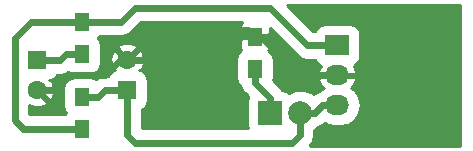
<source format=gbr>
G04 #@! TF.FileFunction,Copper,L2,Bot,Signal*
%FSLAX46Y46*%
G04 Gerber Fmt 4.6, Leading zero omitted, Abs format (unit mm)*
G04 Created by KiCad (PCBNEW 0.201509101502+6177~30~ubuntu14.04.1-product) date Παρ 18 Σεπ 2015 07:05:43 μμ EEST*
%MOMM*%
G01*
G04 APERTURE LIST*
%ADD10C,0.100000*%
%ADD11R,1.600000X1.600000*%
%ADD12C,1.600000*%
%ADD13R,2.000000X2.000000*%
%ADD14C,2.000000*%
%ADD15R,2.032000X1.727200*%
%ADD16O,2.032000X1.727200*%
%ADD17R,1.300000X1.500000*%
%ADD18C,0.600000*%
%ADD19C,0.254000*%
G04 APERTURE END LIST*
D10*
D11*
X142240000Y-104140000D03*
D12*
X142240000Y-106680000D03*
D11*
X149860000Y-106680000D03*
D12*
X149860000Y-104140000D03*
D13*
X161925000Y-108585000D03*
D14*
X164465000Y-108585000D03*
D15*
X167640000Y-102870000D03*
D16*
X167640000Y-105410000D03*
X167640000Y-107950000D03*
D17*
X146050000Y-100885000D03*
X146050000Y-103585000D03*
X146050000Y-109935000D03*
X146050000Y-107235000D03*
X160655000Y-104855000D03*
X160655000Y-102155000D03*
D18*
X160655000Y-104855000D02*
X160655000Y-106045000D01*
X161925000Y-107315000D02*
X161925000Y-108585000D01*
X160655000Y-106045000D02*
X161925000Y-107315000D01*
X161925000Y-108585000D02*
X161925000Y-107950000D01*
X160655000Y-102155000D02*
X161210000Y-102155000D01*
X161210000Y-102155000D02*
X164465000Y-105410000D01*
X164465000Y-105410000D02*
X167640000Y-105410000D01*
X149860000Y-104140000D02*
X151130000Y-104140000D01*
X153670000Y-101600000D02*
X160100000Y-101600000D01*
X151130000Y-104140000D02*
X153670000Y-101600000D01*
X160100000Y-101600000D02*
X160655000Y-102155000D01*
X142240000Y-106680000D02*
X143510000Y-106680000D01*
X147955000Y-105410000D02*
X149225000Y-104140000D01*
X144780000Y-105410000D02*
X147955000Y-105410000D01*
X143510000Y-106680000D02*
X144780000Y-105410000D01*
X149225000Y-104140000D02*
X149860000Y-104140000D01*
X146050000Y-109935000D02*
X141050000Y-109935000D01*
X141685000Y-100885000D02*
X146050000Y-100885000D01*
X140335000Y-102235000D02*
X141685000Y-100885000D01*
X140335000Y-109220000D02*
X140335000Y-102235000D01*
X141050000Y-109935000D02*
X140335000Y-109220000D01*
X146050000Y-100885000D02*
X149305000Y-100885000D01*
X165100000Y-102870000D02*
X167640000Y-102870000D01*
X161925000Y-99695000D02*
X165100000Y-102870000D01*
X150495000Y-99695000D02*
X161925000Y-99695000D01*
X149305000Y-100885000D02*
X150495000Y-99695000D01*
X142240000Y-104140000D02*
X144145000Y-104140000D01*
X144700000Y-103585000D02*
X146050000Y-103585000D01*
X144145000Y-104140000D02*
X144700000Y-103585000D01*
X164465000Y-108585000D02*
X165735000Y-108585000D01*
X166370000Y-107950000D02*
X167640000Y-107950000D01*
X165735000Y-108585000D02*
X166370000Y-107950000D01*
X149860000Y-106680000D02*
X147955000Y-106680000D01*
X147400000Y-107235000D02*
X146050000Y-107235000D01*
X147955000Y-106680000D02*
X147400000Y-107235000D01*
X164465000Y-108585000D02*
X164465000Y-110490000D01*
X149860000Y-110490000D02*
X149860000Y-106680000D01*
X150495000Y-111125000D02*
X149860000Y-110490000D01*
X163830000Y-111125000D02*
X150495000Y-111125000D01*
X164465000Y-110490000D02*
X163830000Y-111125000D01*
D19*
G36*
X178068000Y-111393000D02*
X165297240Y-111393000D01*
X165332620Y-111357620D01*
X165598601Y-110959552D01*
X165692000Y-110490000D01*
X165692000Y-110082954D01*
X166020270Y-109755256D01*
X166204553Y-109718600D01*
X166569959Y-109474443D01*
X166764301Y-109604299D01*
X167449534Y-109740600D01*
X167830466Y-109740600D01*
X168515699Y-109604299D01*
X169096611Y-109216145D01*
X169484765Y-108635233D01*
X169621066Y-107950000D01*
X169484765Y-107264767D01*
X169096611Y-106683855D01*
X168797940Y-106484289D01*
X168990732Y-106312036D01*
X169244709Y-105784791D01*
X169247358Y-105769026D01*
X169126217Y-105537000D01*
X167767000Y-105537000D01*
X167767000Y-105557000D01*
X167513000Y-105557000D01*
X167513000Y-105537000D01*
X166153783Y-105537000D01*
X166032642Y-105769026D01*
X166035291Y-105784791D01*
X166289268Y-106312036D01*
X166482060Y-106484289D01*
X166183389Y-106683855D01*
X166124620Y-106771809D01*
X165900448Y-106816399D01*
X165613617Y-107008053D01*
X165557983Y-106952322D01*
X164849986Y-106658335D01*
X164083378Y-106657666D01*
X163539017Y-106882591D01*
X163292721Y-106714304D01*
X162925000Y-106639839D01*
X162921217Y-106639839D01*
X162792620Y-106447380D01*
X162199654Y-105854414D01*
X162250161Y-105605000D01*
X162250161Y-104105000D01*
X162185522Y-103761474D01*
X161982499Y-103445967D01*
X161792131Y-103315894D01*
X161843327Y-103264698D01*
X161940000Y-103031309D01*
X161940000Y-102440750D01*
X161781250Y-102282000D01*
X160782000Y-102282000D01*
X160782000Y-102302000D01*
X160528000Y-102302000D01*
X160528000Y-102282000D01*
X159528750Y-102282000D01*
X159370000Y-102440750D01*
X159370000Y-103031309D01*
X159466673Y-103264698D01*
X159518472Y-103316497D01*
X159345967Y-103427501D01*
X159134304Y-103737279D01*
X159059839Y-104105000D01*
X159059839Y-105605000D01*
X159124478Y-105948526D01*
X159327501Y-106264033D01*
X159494229Y-106377954D01*
X159521400Y-106514553D01*
X159775730Y-106895184D01*
X159787380Y-106912620D01*
X160069621Y-107194861D01*
X160054304Y-107217279D01*
X159979839Y-107585000D01*
X159979839Y-109585000D01*
X160038734Y-109898000D01*
X151087000Y-109898000D01*
X151087000Y-108306808D01*
X151319033Y-108157499D01*
X151530696Y-107847721D01*
X151605161Y-107480000D01*
X151605161Y-105880000D01*
X151540522Y-105536474D01*
X151337499Y-105220967D01*
X151027721Y-105009304D01*
X150878743Y-104979135D01*
X150867747Y-104968139D01*
X151113864Y-104894005D01*
X151306965Y-104356777D01*
X151279778Y-103786546D01*
X151113864Y-103385995D01*
X150867745Y-103311861D01*
X150039605Y-104140000D01*
X150053748Y-104154142D01*
X149874142Y-104333748D01*
X149860000Y-104319605D01*
X149845858Y-104333748D01*
X149666252Y-104154142D01*
X149680395Y-104140000D01*
X148852255Y-103311861D01*
X148606136Y-103385995D01*
X148413035Y-103923223D01*
X148440222Y-104493454D01*
X148606136Y-104894005D01*
X148852253Y-104968139D01*
X148845121Y-104975271D01*
X148716474Y-104999478D01*
X148400967Y-105202501D01*
X148229808Y-105453000D01*
X147955000Y-105453000D01*
X147485448Y-105546399D01*
X147224006Y-105721089D01*
X147067721Y-105614304D01*
X146700000Y-105539839D01*
X145400000Y-105539839D01*
X145056474Y-105604478D01*
X144740967Y-105807501D01*
X144529304Y-106117279D01*
X144454839Y-106485000D01*
X144454839Y-107985000D01*
X144519478Y-108328526D01*
X144686212Y-108587638D01*
X144603971Y-108708000D01*
X141562000Y-108708000D01*
X141562000Y-107961183D01*
X142023223Y-108126965D01*
X142593454Y-108099778D01*
X142994005Y-107933864D01*
X143068139Y-107687745D01*
X142240000Y-106859605D01*
X142225858Y-106873748D01*
X142046252Y-106694142D01*
X142060395Y-106680000D01*
X142046252Y-106665858D01*
X142225858Y-106486252D01*
X142240000Y-106500395D01*
X142254142Y-106486252D01*
X142433748Y-106665858D01*
X142419605Y-106680000D01*
X143247745Y-107508139D01*
X143493864Y-107434005D01*
X143686965Y-106896777D01*
X143659778Y-106326546D01*
X143493864Y-105925995D01*
X143247747Y-105851861D01*
X143254879Y-105844729D01*
X143383526Y-105820522D01*
X143699033Y-105617499D01*
X143870192Y-105367000D01*
X144145000Y-105367000D01*
X144614553Y-105273600D01*
X144875994Y-105098911D01*
X145032279Y-105205696D01*
X145400000Y-105280161D01*
X146700000Y-105280161D01*
X147043526Y-105215522D01*
X147359033Y-105012499D01*
X147570696Y-104702721D01*
X147645161Y-104335000D01*
X147645161Y-103132255D01*
X149031861Y-103132255D01*
X149860000Y-103960395D01*
X150688139Y-103132255D01*
X150614005Y-102886136D01*
X150076777Y-102693035D01*
X149506546Y-102720222D01*
X149105995Y-102886136D01*
X149031861Y-103132255D01*
X147645161Y-103132255D01*
X147645161Y-102835000D01*
X147580522Y-102491474D01*
X147413788Y-102232362D01*
X147496029Y-102112000D01*
X149305000Y-102112000D01*
X149774553Y-102018600D01*
X150172620Y-101752620D01*
X151003240Y-100922000D01*
X159589974Y-100922000D01*
X159466673Y-101045302D01*
X159370000Y-101278691D01*
X159370000Y-101869250D01*
X159528750Y-102028000D01*
X160528000Y-102028000D01*
X160528000Y-102008000D01*
X160782000Y-102008000D01*
X160782000Y-102028000D01*
X161781250Y-102028000D01*
X161940000Y-101869250D01*
X161940000Y-101445240D01*
X164232380Y-103737620D01*
X164630447Y-104003600D01*
X165100000Y-104097000D01*
X165756267Y-104097000D01*
X165946501Y-104392633D01*
X166246186Y-104597400D01*
X166035291Y-105035209D01*
X166032642Y-105050974D01*
X166153783Y-105283000D01*
X167513000Y-105283000D01*
X167513000Y-105263000D01*
X167767000Y-105263000D01*
X167767000Y-105283000D01*
X169126217Y-105283000D01*
X169247358Y-105050974D01*
X169244709Y-105035209D01*
X169031850Y-104593322D01*
X169315033Y-104411099D01*
X169526696Y-104101321D01*
X169601161Y-103733600D01*
X169601161Y-102006400D01*
X169536522Y-101662874D01*
X169333499Y-101347367D01*
X169023721Y-101135704D01*
X168656000Y-101061239D01*
X166624000Y-101061239D01*
X166280474Y-101125878D01*
X165964967Y-101328901D01*
X165753304Y-101638679D01*
X165752429Y-101643000D01*
X165608240Y-101643000D01*
X163392240Y-99427000D01*
X178068000Y-99427000D01*
X178068000Y-111393000D01*
X178068000Y-111393000D01*
G37*
X178068000Y-111393000D02*
X165297240Y-111393000D01*
X165332620Y-111357620D01*
X165598601Y-110959552D01*
X165692000Y-110490000D01*
X165692000Y-110082954D01*
X166020270Y-109755256D01*
X166204553Y-109718600D01*
X166569959Y-109474443D01*
X166764301Y-109604299D01*
X167449534Y-109740600D01*
X167830466Y-109740600D01*
X168515699Y-109604299D01*
X169096611Y-109216145D01*
X169484765Y-108635233D01*
X169621066Y-107950000D01*
X169484765Y-107264767D01*
X169096611Y-106683855D01*
X168797940Y-106484289D01*
X168990732Y-106312036D01*
X169244709Y-105784791D01*
X169247358Y-105769026D01*
X169126217Y-105537000D01*
X167767000Y-105537000D01*
X167767000Y-105557000D01*
X167513000Y-105557000D01*
X167513000Y-105537000D01*
X166153783Y-105537000D01*
X166032642Y-105769026D01*
X166035291Y-105784791D01*
X166289268Y-106312036D01*
X166482060Y-106484289D01*
X166183389Y-106683855D01*
X166124620Y-106771809D01*
X165900448Y-106816399D01*
X165613617Y-107008053D01*
X165557983Y-106952322D01*
X164849986Y-106658335D01*
X164083378Y-106657666D01*
X163539017Y-106882591D01*
X163292721Y-106714304D01*
X162925000Y-106639839D01*
X162921217Y-106639839D01*
X162792620Y-106447380D01*
X162199654Y-105854414D01*
X162250161Y-105605000D01*
X162250161Y-104105000D01*
X162185522Y-103761474D01*
X161982499Y-103445967D01*
X161792131Y-103315894D01*
X161843327Y-103264698D01*
X161940000Y-103031309D01*
X161940000Y-102440750D01*
X161781250Y-102282000D01*
X160782000Y-102282000D01*
X160782000Y-102302000D01*
X160528000Y-102302000D01*
X160528000Y-102282000D01*
X159528750Y-102282000D01*
X159370000Y-102440750D01*
X159370000Y-103031309D01*
X159466673Y-103264698D01*
X159518472Y-103316497D01*
X159345967Y-103427501D01*
X159134304Y-103737279D01*
X159059839Y-104105000D01*
X159059839Y-105605000D01*
X159124478Y-105948526D01*
X159327501Y-106264033D01*
X159494229Y-106377954D01*
X159521400Y-106514553D01*
X159775730Y-106895184D01*
X159787380Y-106912620D01*
X160069621Y-107194861D01*
X160054304Y-107217279D01*
X159979839Y-107585000D01*
X159979839Y-109585000D01*
X160038734Y-109898000D01*
X151087000Y-109898000D01*
X151087000Y-108306808D01*
X151319033Y-108157499D01*
X151530696Y-107847721D01*
X151605161Y-107480000D01*
X151605161Y-105880000D01*
X151540522Y-105536474D01*
X151337499Y-105220967D01*
X151027721Y-105009304D01*
X150878743Y-104979135D01*
X150867747Y-104968139D01*
X151113864Y-104894005D01*
X151306965Y-104356777D01*
X151279778Y-103786546D01*
X151113864Y-103385995D01*
X150867745Y-103311861D01*
X150039605Y-104140000D01*
X150053748Y-104154142D01*
X149874142Y-104333748D01*
X149860000Y-104319605D01*
X149845858Y-104333748D01*
X149666252Y-104154142D01*
X149680395Y-104140000D01*
X148852255Y-103311861D01*
X148606136Y-103385995D01*
X148413035Y-103923223D01*
X148440222Y-104493454D01*
X148606136Y-104894005D01*
X148852253Y-104968139D01*
X148845121Y-104975271D01*
X148716474Y-104999478D01*
X148400967Y-105202501D01*
X148229808Y-105453000D01*
X147955000Y-105453000D01*
X147485448Y-105546399D01*
X147224006Y-105721089D01*
X147067721Y-105614304D01*
X146700000Y-105539839D01*
X145400000Y-105539839D01*
X145056474Y-105604478D01*
X144740967Y-105807501D01*
X144529304Y-106117279D01*
X144454839Y-106485000D01*
X144454839Y-107985000D01*
X144519478Y-108328526D01*
X144686212Y-108587638D01*
X144603971Y-108708000D01*
X141562000Y-108708000D01*
X141562000Y-107961183D01*
X142023223Y-108126965D01*
X142593454Y-108099778D01*
X142994005Y-107933864D01*
X143068139Y-107687745D01*
X142240000Y-106859605D01*
X142225858Y-106873748D01*
X142046252Y-106694142D01*
X142060395Y-106680000D01*
X142046252Y-106665858D01*
X142225858Y-106486252D01*
X142240000Y-106500395D01*
X142254142Y-106486252D01*
X142433748Y-106665858D01*
X142419605Y-106680000D01*
X143247745Y-107508139D01*
X143493864Y-107434005D01*
X143686965Y-106896777D01*
X143659778Y-106326546D01*
X143493864Y-105925995D01*
X143247747Y-105851861D01*
X143254879Y-105844729D01*
X143383526Y-105820522D01*
X143699033Y-105617499D01*
X143870192Y-105367000D01*
X144145000Y-105367000D01*
X144614553Y-105273600D01*
X144875994Y-105098911D01*
X145032279Y-105205696D01*
X145400000Y-105280161D01*
X146700000Y-105280161D01*
X147043526Y-105215522D01*
X147359033Y-105012499D01*
X147570696Y-104702721D01*
X147645161Y-104335000D01*
X147645161Y-103132255D01*
X149031861Y-103132255D01*
X149860000Y-103960395D01*
X150688139Y-103132255D01*
X150614005Y-102886136D01*
X150076777Y-102693035D01*
X149506546Y-102720222D01*
X149105995Y-102886136D01*
X149031861Y-103132255D01*
X147645161Y-103132255D01*
X147645161Y-102835000D01*
X147580522Y-102491474D01*
X147413788Y-102232362D01*
X147496029Y-102112000D01*
X149305000Y-102112000D01*
X149774553Y-102018600D01*
X150172620Y-101752620D01*
X151003240Y-100922000D01*
X159589974Y-100922000D01*
X159466673Y-101045302D01*
X159370000Y-101278691D01*
X159370000Y-101869250D01*
X159528750Y-102028000D01*
X160528000Y-102028000D01*
X160528000Y-102008000D01*
X160782000Y-102008000D01*
X160782000Y-102028000D01*
X161781250Y-102028000D01*
X161940000Y-101869250D01*
X161940000Y-101445240D01*
X164232380Y-103737620D01*
X164630447Y-104003600D01*
X165100000Y-104097000D01*
X165756267Y-104097000D01*
X165946501Y-104392633D01*
X166246186Y-104597400D01*
X166035291Y-105035209D01*
X166032642Y-105050974D01*
X166153783Y-105283000D01*
X167513000Y-105283000D01*
X167513000Y-105263000D01*
X167767000Y-105263000D01*
X167767000Y-105283000D01*
X169126217Y-105283000D01*
X169247358Y-105050974D01*
X169244709Y-105035209D01*
X169031850Y-104593322D01*
X169315033Y-104411099D01*
X169526696Y-104101321D01*
X169601161Y-103733600D01*
X169601161Y-102006400D01*
X169536522Y-101662874D01*
X169333499Y-101347367D01*
X169023721Y-101135704D01*
X168656000Y-101061239D01*
X166624000Y-101061239D01*
X166280474Y-101125878D01*
X165964967Y-101328901D01*
X165753304Y-101638679D01*
X165752429Y-101643000D01*
X165608240Y-101643000D01*
X163392240Y-99427000D01*
X178068000Y-99427000D01*
X178068000Y-111393000D01*
M02*

</source>
